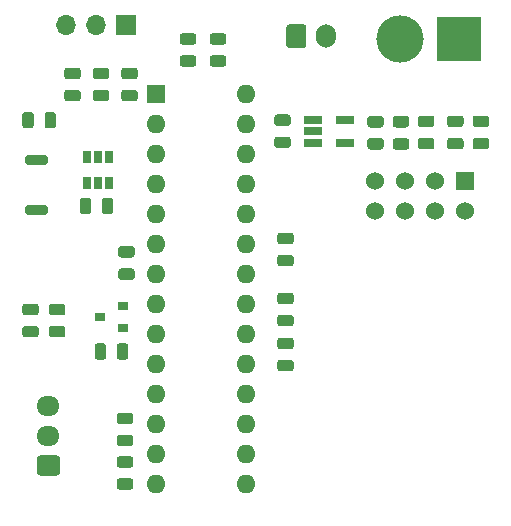
<source format=gbr>
G04 #@! TF.GenerationSoftware,KiCad,Pcbnew,5.1.6-c6e7f7d~87~ubuntu20.04.1*
G04 #@! TF.CreationDate,2020-10-16T00:20:04+02:00*
G04 #@! TF.ProjectId,soil_humidity_module,736f696c-5f68-4756-9d69-646974795f6d,rev?*
G04 #@! TF.SameCoordinates,Original*
G04 #@! TF.FileFunction,Soldermask,Top*
G04 #@! TF.FilePolarity,Negative*
%FSLAX46Y46*%
G04 Gerber Fmt 4.6, Leading zero omitted, Abs format (unit mm)*
G04 Created by KiCad (PCBNEW 5.1.6-c6e7f7d~87~ubuntu20.04.1) date 2020-10-16 00:20:04*
%MOMM*%
%LPD*%
G01*
G04 APERTURE LIST*
%ADD10R,1.560000X0.650000*%
%ADD11R,3.800000X3.800000*%
%ADD12C,4.000000*%
%ADD13R,0.650000X1.060000*%
%ADD14R,0.900000X0.800000*%
%ADD15O,1.950000X1.700000*%
%ADD16O,1.700000X2.000000*%
%ADD17R,1.700000X1.700000*%
%ADD18O,1.700000X1.700000*%
%ADD19C,1.524000*%
%ADD20R,1.524000X1.524000*%
%ADD21R,1.600000X1.600000*%
%ADD22O,1.600000X1.600000*%
G04 APERTURE END LIST*
G36*
G01*
X166040750Y-96995400D02*
X166953250Y-96995400D01*
G75*
G02*
X167197000Y-97239150I0J-243750D01*
G01*
X167197000Y-97726650D01*
G75*
G02*
X166953250Y-97970400I-243750J0D01*
G01*
X166040750Y-97970400D01*
G75*
G02*
X165797000Y-97726650I0J243750D01*
G01*
X165797000Y-97239150D01*
G75*
G02*
X166040750Y-96995400I243750J0D01*
G01*
G37*
G36*
G01*
X166040750Y-95120400D02*
X166953250Y-95120400D01*
G75*
G02*
X167197000Y-95364150I0J-243750D01*
G01*
X167197000Y-95851650D01*
G75*
G02*
X166953250Y-96095400I-243750J0D01*
G01*
X166040750Y-96095400D01*
G75*
G02*
X165797000Y-95851650I0J243750D01*
G01*
X165797000Y-95364150D01*
G75*
G02*
X166040750Y-95120400I243750J0D01*
G01*
G37*
G36*
G01*
X164794250Y-96095400D02*
X163881750Y-96095400D01*
G75*
G02*
X163638000Y-95851650I0J243750D01*
G01*
X163638000Y-95364150D01*
G75*
G02*
X163881750Y-95120400I243750J0D01*
G01*
X164794250Y-95120400D01*
G75*
G02*
X165038000Y-95364150I0J-243750D01*
G01*
X165038000Y-95851650D01*
G75*
G02*
X164794250Y-96095400I-243750J0D01*
G01*
G37*
G36*
G01*
X164794250Y-97970400D02*
X163881750Y-97970400D01*
G75*
G02*
X163638000Y-97726650I0J243750D01*
G01*
X163638000Y-97239150D01*
G75*
G02*
X163881750Y-96995400I243750J0D01*
G01*
X164794250Y-96995400D01*
G75*
G02*
X165038000Y-97239150I0J-243750D01*
G01*
X165038000Y-97726650D01*
G75*
G02*
X164794250Y-97970400I-243750J0D01*
G01*
G37*
D10*
X161751000Y-95468400D03*
X161751000Y-97368400D03*
X159051000Y-97368400D03*
X159051000Y-96418400D03*
X159051000Y-95468400D03*
G36*
G01*
X137844850Y-111995800D02*
X136932350Y-111995800D01*
G75*
G02*
X136688600Y-111752050I0J243750D01*
G01*
X136688600Y-111264550D01*
G75*
G02*
X136932350Y-111020800I243750J0D01*
G01*
X137844850Y-111020800D01*
G75*
G02*
X138088600Y-111264550I0J-243750D01*
G01*
X138088600Y-111752050D01*
G75*
G02*
X137844850Y-111995800I-243750J0D01*
G01*
G37*
G36*
G01*
X137844850Y-113870800D02*
X136932350Y-113870800D01*
G75*
G02*
X136688600Y-113627050I0J243750D01*
G01*
X136688600Y-113139550D01*
G75*
G02*
X136932350Y-112895800I243750J0D01*
G01*
X137844850Y-112895800D01*
G75*
G02*
X138088600Y-113139550I0J-243750D01*
G01*
X138088600Y-113627050D01*
G75*
G02*
X137844850Y-113870800I-243750J0D01*
G01*
G37*
G36*
G01*
X143712250Y-107119000D02*
X142799750Y-107119000D01*
G75*
G02*
X142556000Y-106875250I0J243750D01*
G01*
X142556000Y-106387750D01*
G75*
G02*
X142799750Y-106144000I243750J0D01*
G01*
X143712250Y-106144000D01*
G75*
G02*
X143956000Y-106387750I0J-243750D01*
G01*
X143956000Y-106875250D01*
G75*
G02*
X143712250Y-107119000I-243750J0D01*
G01*
G37*
G36*
G01*
X143712250Y-108994000D02*
X142799750Y-108994000D01*
G75*
G02*
X142556000Y-108750250I0J243750D01*
G01*
X142556000Y-108262750D01*
G75*
G02*
X142799750Y-108019000I243750J0D01*
G01*
X143712250Y-108019000D01*
G75*
G02*
X143956000Y-108262750I0J-243750D01*
G01*
X143956000Y-108750250D01*
G75*
G02*
X143712250Y-108994000I-243750J0D01*
G01*
G37*
G36*
G01*
X134836000Y-102665000D02*
X136436000Y-102665000D01*
G75*
G02*
X136636000Y-102865000I0J-200000D01*
G01*
X136636000Y-103265000D01*
G75*
G02*
X136436000Y-103465000I-200000J0D01*
G01*
X134836000Y-103465000D01*
G75*
G02*
X134636000Y-103265000I0J200000D01*
G01*
X134636000Y-102865000D01*
G75*
G02*
X134836000Y-102665000I200000J0D01*
G01*
G37*
G36*
G01*
X134836000Y-98465000D02*
X136436000Y-98465000D01*
G75*
G02*
X136636000Y-98665000I0J-200000D01*
G01*
X136636000Y-99065000D01*
G75*
G02*
X136436000Y-99265000I-200000J0D01*
G01*
X134836000Y-99265000D01*
G75*
G02*
X134636000Y-99065000I0J200000D01*
G01*
X134636000Y-98665000D01*
G75*
G02*
X134836000Y-98465000I200000J0D01*
G01*
G37*
D11*
X171450000Y-88595200D03*
D12*
X166450000Y-88595200D03*
G36*
G01*
X138227750Y-92906000D02*
X139140250Y-92906000D01*
G75*
G02*
X139384000Y-93149750I0J-243750D01*
G01*
X139384000Y-93637250D01*
G75*
G02*
X139140250Y-93881000I-243750J0D01*
G01*
X138227750Y-93881000D01*
G75*
G02*
X137984000Y-93637250I0J243750D01*
G01*
X137984000Y-93149750D01*
G75*
G02*
X138227750Y-92906000I243750J0D01*
G01*
G37*
G36*
G01*
X138227750Y-91031000D02*
X139140250Y-91031000D01*
G75*
G02*
X139384000Y-91274750I0J-243750D01*
G01*
X139384000Y-91762250D01*
G75*
G02*
X139140250Y-92006000I-243750J0D01*
G01*
X138227750Y-92006000D01*
G75*
G02*
X137984000Y-91762250I0J243750D01*
G01*
X137984000Y-91274750D01*
G75*
G02*
X138227750Y-91031000I243750J0D01*
G01*
G37*
G36*
G01*
X143585250Y-124899000D02*
X142672750Y-124899000D01*
G75*
G02*
X142429000Y-124655250I0J243750D01*
G01*
X142429000Y-124167750D01*
G75*
G02*
X142672750Y-123924000I243750J0D01*
G01*
X143585250Y-123924000D01*
G75*
G02*
X143829000Y-124167750I0J-243750D01*
G01*
X143829000Y-124655250D01*
G75*
G02*
X143585250Y-124899000I-243750J0D01*
G01*
G37*
G36*
G01*
X143585250Y-126774000D02*
X142672750Y-126774000D01*
G75*
G02*
X142429000Y-126530250I0J243750D01*
G01*
X142429000Y-126042750D01*
G75*
G02*
X142672750Y-125799000I243750J0D01*
G01*
X143585250Y-125799000D01*
G75*
G02*
X143829000Y-126042750I0J-243750D01*
G01*
X143829000Y-126530250D01*
G75*
G02*
X143585250Y-126774000I-243750J0D01*
G01*
G37*
G36*
G01*
X142672750Y-122116000D02*
X143585250Y-122116000D01*
G75*
G02*
X143829000Y-122359750I0J-243750D01*
G01*
X143829000Y-122847250D01*
G75*
G02*
X143585250Y-123091000I-243750J0D01*
G01*
X142672750Y-123091000D01*
G75*
G02*
X142429000Y-122847250I0J243750D01*
G01*
X142429000Y-122359750D01*
G75*
G02*
X142672750Y-122116000I243750J0D01*
G01*
G37*
G36*
G01*
X142672750Y-120241000D02*
X143585250Y-120241000D01*
G75*
G02*
X143829000Y-120484750I0J-243750D01*
G01*
X143829000Y-120972250D01*
G75*
G02*
X143585250Y-121216000I-243750J0D01*
G01*
X142672750Y-121216000D01*
G75*
G02*
X142429000Y-120972250I0J243750D01*
G01*
X142429000Y-120484750D01*
G75*
G02*
X142672750Y-120241000I243750J0D01*
G01*
G37*
D13*
X140843000Y-98595000D03*
X139893000Y-98595000D03*
X141793000Y-98595000D03*
X141793000Y-100795000D03*
X140843000Y-100795000D03*
X139893000Y-100795000D03*
G36*
G01*
X136314600Y-95934850D02*
X136314600Y-95022350D01*
G75*
G02*
X136558350Y-94778600I243750J0D01*
G01*
X137045850Y-94778600D01*
G75*
G02*
X137289600Y-95022350I0J-243750D01*
G01*
X137289600Y-95934850D01*
G75*
G02*
X137045850Y-96178600I-243750J0D01*
G01*
X136558350Y-96178600D01*
G75*
G02*
X136314600Y-95934850I0J243750D01*
G01*
G37*
G36*
G01*
X134439600Y-95934850D02*
X134439600Y-95022350D01*
G75*
G02*
X134683350Y-94778600I243750J0D01*
G01*
X135170850Y-94778600D01*
G75*
G02*
X135414600Y-95022350I0J-243750D01*
G01*
X135414600Y-95934850D01*
G75*
G02*
X135170850Y-96178600I-243750J0D01*
G01*
X134683350Y-96178600D01*
G75*
G02*
X134439600Y-95934850I0J243750D01*
G01*
G37*
G36*
G01*
X141166000Y-103199250D02*
X141166000Y-102286750D01*
G75*
G02*
X141409750Y-102043000I243750J0D01*
G01*
X141897250Y-102043000D01*
G75*
G02*
X142141000Y-102286750I0J-243750D01*
G01*
X142141000Y-103199250D01*
G75*
G02*
X141897250Y-103443000I-243750J0D01*
G01*
X141409750Y-103443000D01*
G75*
G02*
X141166000Y-103199250I0J243750D01*
G01*
G37*
G36*
G01*
X139291000Y-103199250D02*
X139291000Y-102286750D01*
G75*
G02*
X139534750Y-102043000I243750J0D01*
G01*
X140022250Y-102043000D01*
G75*
G02*
X140266000Y-102286750I0J-243750D01*
G01*
X140266000Y-103199250D01*
G75*
G02*
X140022250Y-103443000I-243750J0D01*
G01*
X139534750Y-103443000D01*
G75*
G02*
X139291000Y-103199250I0J243750D01*
G01*
G37*
G36*
G01*
X157174250Y-105976000D02*
X156261750Y-105976000D01*
G75*
G02*
X156018000Y-105732250I0J243750D01*
G01*
X156018000Y-105244750D01*
G75*
G02*
X156261750Y-105001000I243750J0D01*
G01*
X157174250Y-105001000D01*
G75*
G02*
X157418000Y-105244750I0J-243750D01*
G01*
X157418000Y-105732250D01*
G75*
G02*
X157174250Y-105976000I-243750J0D01*
G01*
G37*
G36*
G01*
X157174250Y-107851000D02*
X156261750Y-107851000D01*
G75*
G02*
X156018000Y-107607250I0J243750D01*
G01*
X156018000Y-107119750D01*
G75*
G02*
X156261750Y-106876000I243750J0D01*
G01*
X157174250Y-106876000D01*
G75*
G02*
X157418000Y-107119750I0J-243750D01*
G01*
X157418000Y-107607250D01*
G75*
G02*
X157174250Y-107851000I-243750J0D01*
G01*
G37*
D14*
X140986000Y-112141000D03*
X142986000Y-111191000D03*
X142986000Y-113091000D03*
D15*
X136652000Y-119714000D03*
X136652000Y-122214000D03*
G36*
G01*
X137377000Y-125564000D02*
X135927000Y-125564000D01*
G75*
G02*
X135677000Y-125314000I0J250000D01*
G01*
X135677000Y-124114000D01*
G75*
G02*
X135927000Y-123864000I250000J0D01*
G01*
X137377000Y-123864000D01*
G75*
G02*
X137627000Y-124114000I0J-250000D01*
G01*
X137627000Y-125314000D01*
G75*
G02*
X137377000Y-125564000I-250000J0D01*
G01*
G37*
D16*
X160132400Y-88366600D03*
G36*
G01*
X156782400Y-89116600D02*
X156782400Y-87616600D01*
G75*
G02*
X157032400Y-87366600I250000J0D01*
G01*
X158232400Y-87366600D01*
G75*
G02*
X158482400Y-87616600I0J-250000D01*
G01*
X158482400Y-89116600D01*
G75*
G02*
X158232400Y-89366600I-250000J0D01*
G01*
X157032400Y-89366600D01*
G75*
G02*
X156782400Y-89116600I0J250000D01*
G01*
G37*
G36*
G01*
X141536000Y-114605750D02*
X141536000Y-115518250D01*
G75*
G02*
X141292250Y-115762000I-243750J0D01*
G01*
X140804750Y-115762000D01*
G75*
G02*
X140561000Y-115518250I0J243750D01*
G01*
X140561000Y-114605750D01*
G75*
G02*
X140804750Y-114362000I243750J0D01*
G01*
X141292250Y-114362000D01*
G75*
G02*
X141536000Y-114605750I0J-243750D01*
G01*
G37*
G36*
G01*
X143411000Y-114605750D02*
X143411000Y-115518250D01*
G75*
G02*
X143167250Y-115762000I-243750J0D01*
G01*
X142679750Y-115762000D01*
G75*
G02*
X142436000Y-115518250I0J243750D01*
G01*
X142436000Y-114605750D01*
G75*
G02*
X142679750Y-114362000I243750J0D01*
G01*
X143167250Y-114362000D01*
G75*
G02*
X143411000Y-114605750I0J-243750D01*
G01*
G37*
G36*
G01*
X156261750Y-111956000D02*
X157174250Y-111956000D01*
G75*
G02*
X157418000Y-112199750I0J-243750D01*
G01*
X157418000Y-112687250D01*
G75*
G02*
X157174250Y-112931000I-243750J0D01*
G01*
X156261750Y-112931000D01*
G75*
G02*
X156018000Y-112687250I0J243750D01*
G01*
X156018000Y-112199750D01*
G75*
G02*
X156261750Y-111956000I243750J0D01*
G01*
G37*
G36*
G01*
X156261750Y-110081000D02*
X157174250Y-110081000D01*
G75*
G02*
X157418000Y-110324750I0J-243750D01*
G01*
X157418000Y-110812250D01*
G75*
G02*
X157174250Y-111056000I-243750J0D01*
G01*
X156261750Y-111056000D01*
G75*
G02*
X156018000Y-110812250I0J243750D01*
G01*
X156018000Y-110324750D01*
G75*
G02*
X156261750Y-110081000I243750J0D01*
G01*
G37*
G36*
G01*
X156261750Y-115766000D02*
X157174250Y-115766000D01*
G75*
G02*
X157418000Y-116009750I0J-243750D01*
G01*
X157418000Y-116497250D01*
G75*
G02*
X157174250Y-116741000I-243750J0D01*
G01*
X156261750Y-116741000D01*
G75*
G02*
X156018000Y-116497250I0J243750D01*
G01*
X156018000Y-116009750D01*
G75*
G02*
X156261750Y-115766000I243750J0D01*
G01*
G37*
G36*
G01*
X156261750Y-113891000D02*
X157174250Y-113891000D01*
G75*
G02*
X157418000Y-114134750I0J-243750D01*
G01*
X157418000Y-114622250D01*
G75*
G02*
X157174250Y-114866000I-243750J0D01*
G01*
X156261750Y-114866000D01*
G75*
G02*
X156018000Y-114622250I0J243750D01*
G01*
X156018000Y-114134750D01*
G75*
G02*
X156261750Y-113891000I243750J0D01*
G01*
G37*
D17*
X143256000Y-87376000D03*
D18*
X140716000Y-87376000D03*
X138176000Y-87376000D03*
G36*
G01*
X143966250Y-92006000D02*
X143053750Y-92006000D01*
G75*
G02*
X142810000Y-91762250I0J243750D01*
G01*
X142810000Y-91274750D01*
G75*
G02*
X143053750Y-91031000I243750J0D01*
G01*
X143966250Y-91031000D01*
G75*
G02*
X144210000Y-91274750I0J-243750D01*
G01*
X144210000Y-91762250D01*
G75*
G02*
X143966250Y-92006000I-243750J0D01*
G01*
G37*
G36*
G01*
X143966250Y-93881000D02*
X143053750Y-93881000D01*
G75*
G02*
X142810000Y-93637250I0J243750D01*
G01*
X142810000Y-93149750D01*
G75*
G02*
X143053750Y-92906000I243750J0D01*
G01*
X143966250Y-92906000D01*
G75*
G02*
X144210000Y-93149750I0J-243750D01*
G01*
X144210000Y-93637250D01*
G75*
G02*
X143966250Y-93881000I-243750J0D01*
G01*
G37*
G36*
G01*
X170638150Y-96970000D02*
X171550650Y-96970000D01*
G75*
G02*
X171794400Y-97213750I0J-243750D01*
G01*
X171794400Y-97701250D01*
G75*
G02*
X171550650Y-97945000I-243750J0D01*
G01*
X170638150Y-97945000D01*
G75*
G02*
X170394400Y-97701250I0J243750D01*
G01*
X170394400Y-97213750D01*
G75*
G02*
X170638150Y-96970000I243750J0D01*
G01*
G37*
G36*
G01*
X170638150Y-95095000D02*
X171550650Y-95095000D01*
G75*
G02*
X171794400Y-95338750I0J-243750D01*
G01*
X171794400Y-95826250D01*
G75*
G02*
X171550650Y-96070000I-243750J0D01*
G01*
X170638150Y-96070000D01*
G75*
G02*
X170394400Y-95826250I0J243750D01*
G01*
X170394400Y-95338750D01*
G75*
G02*
X170638150Y-95095000I243750J0D01*
G01*
G37*
G36*
G01*
X172797150Y-96970000D02*
X173709650Y-96970000D01*
G75*
G02*
X173953400Y-97213750I0J-243750D01*
G01*
X173953400Y-97701250D01*
G75*
G02*
X173709650Y-97945000I-243750J0D01*
G01*
X172797150Y-97945000D01*
G75*
G02*
X172553400Y-97701250I0J243750D01*
G01*
X172553400Y-97213750D01*
G75*
G02*
X172797150Y-96970000I243750J0D01*
G01*
G37*
G36*
G01*
X172797150Y-95095000D02*
X173709650Y-95095000D01*
G75*
G02*
X173953400Y-95338750I0J-243750D01*
G01*
X173953400Y-95826250D01*
G75*
G02*
X173709650Y-96070000I-243750J0D01*
G01*
X172797150Y-96070000D01*
G75*
G02*
X172553400Y-95826250I0J243750D01*
G01*
X172553400Y-95338750D01*
G75*
G02*
X172797150Y-95095000I243750J0D01*
G01*
G37*
G36*
G01*
X168174350Y-96970000D02*
X169086850Y-96970000D01*
G75*
G02*
X169330600Y-97213750I0J-243750D01*
G01*
X169330600Y-97701250D01*
G75*
G02*
X169086850Y-97945000I-243750J0D01*
G01*
X168174350Y-97945000D01*
G75*
G02*
X167930600Y-97701250I0J243750D01*
G01*
X167930600Y-97213750D01*
G75*
G02*
X168174350Y-96970000I243750J0D01*
G01*
G37*
G36*
G01*
X168174350Y-95095000D02*
X169086850Y-95095000D01*
G75*
G02*
X169330600Y-95338750I0J-243750D01*
G01*
X169330600Y-95826250D01*
G75*
G02*
X169086850Y-96070000I-243750J0D01*
G01*
X168174350Y-96070000D01*
G75*
G02*
X167930600Y-95826250I0J243750D01*
G01*
X167930600Y-95338750D01*
G75*
G02*
X168174350Y-95095000I243750J0D01*
G01*
G37*
G36*
G01*
X135584250Y-111995800D02*
X134671750Y-111995800D01*
G75*
G02*
X134428000Y-111752050I0J243750D01*
G01*
X134428000Y-111264550D01*
G75*
G02*
X134671750Y-111020800I243750J0D01*
G01*
X135584250Y-111020800D01*
G75*
G02*
X135828000Y-111264550I0J-243750D01*
G01*
X135828000Y-111752050D01*
G75*
G02*
X135584250Y-111995800I-243750J0D01*
G01*
G37*
G36*
G01*
X135584250Y-113870800D02*
X134671750Y-113870800D01*
G75*
G02*
X134428000Y-113627050I0J243750D01*
G01*
X134428000Y-113139550D01*
G75*
G02*
X134671750Y-112895800I243750J0D01*
G01*
X135584250Y-112895800D01*
G75*
G02*
X135828000Y-113139550I0J-243750D01*
G01*
X135828000Y-113627050D01*
G75*
G02*
X135584250Y-113870800I-243750J0D01*
G01*
G37*
D19*
X164338000Y-103124000D03*
X164338000Y-100584000D03*
X166878000Y-103124000D03*
X166878000Y-100584000D03*
X169418000Y-103124000D03*
X169418000Y-100584000D03*
X171958000Y-103124000D03*
D20*
X171958000Y-100584000D03*
G36*
G01*
X156007750Y-94993400D02*
X156920250Y-94993400D01*
G75*
G02*
X157164000Y-95237150I0J-243750D01*
G01*
X157164000Y-95724650D01*
G75*
G02*
X156920250Y-95968400I-243750J0D01*
G01*
X156007750Y-95968400D01*
G75*
G02*
X155764000Y-95724650I0J243750D01*
G01*
X155764000Y-95237150D01*
G75*
G02*
X156007750Y-94993400I243750J0D01*
G01*
G37*
G36*
G01*
X156007750Y-96868400D02*
X156920250Y-96868400D01*
G75*
G02*
X157164000Y-97112150I0J-243750D01*
G01*
X157164000Y-97599650D01*
G75*
G02*
X156920250Y-97843400I-243750J0D01*
G01*
X156007750Y-97843400D01*
G75*
G02*
X155764000Y-97599650I0J243750D01*
G01*
X155764000Y-97112150D01*
G75*
G02*
X156007750Y-96868400I243750J0D01*
G01*
G37*
G36*
G01*
X141553250Y-93881000D02*
X140640750Y-93881000D01*
G75*
G02*
X140397000Y-93637250I0J243750D01*
G01*
X140397000Y-93149750D01*
G75*
G02*
X140640750Y-92906000I243750J0D01*
G01*
X141553250Y-92906000D01*
G75*
G02*
X141797000Y-93149750I0J-243750D01*
G01*
X141797000Y-93637250D01*
G75*
G02*
X141553250Y-93881000I-243750J0D01*
G01*
G37*
G36*
G01*
X141553250Y-92006000D02*
X140640750Y-92006000D01*
G75*
G02*
X140397000Y-91762250I0J243750D01*
G01*
X140397000Y-91274750D01*
G75*
G02*
X140640750Y-91031000I243750J0D01*
G01*
X141553250Y-91031000D01*
G75*
G02*
X141797000Y-91274750I0J-243750D01*
G01*
X141797000Y-91762250D01*
G75*
G02*
X141553250Y-92006000I-243750J0D01*
G01*
G37*
G36*
G01*
X150546750Y-89985000D02*
X151459250Y-89985000D01*
G75*
G02*
X151703000Y-90228750I0J-243750D01*
G01*
X151703000Y-90716250D01*
G75*
G02*
X151459250Y-90960000I-243750J0D01*
G01*
X150546750Y-90960000D01*
G75*
G02*
X150303000Y-90716250I0J243750D01*
G01*
X150303000Y-90228750D01*
G75*
G02*
X150546750Y-89985000I243750J0D01*
G01*
G37*
G36*
G01*
X150546750Y-88110000D02*
X151459250Y-88110000D01*
G75*
G02*
X151703000Y-88353750I0J-243750D01*
G01*
X151703000Y-88841250D01*
G75*
G02*
X151459250Y-89085000I-243750J0D01*
G01*
X150546750Y-89085000D01*
G75*
G02*
X150303000Y-88841250I0J243750D01*
G01*
X150303000Y-88353750D01*
G75*
G02*
X150546750Y-88110000I243750J0D01*
G01*
G37*
G36*
G01*
X148919250Y-89085000D02*
X148006750Y-89085000D01*
G75*
G02*
X147763000Y-88841250I0J243750D01*
G01*
X147763000Y-88353750D01*
G75*
G02*
X148006750Y-88110000I243750J0D01*
G01*
X148919250Y-88110000D01*
G75*
G02*
X149163000Y-88353750I0J-243750D01*
G01*
X149163000Y-88841250D01*
G75*
G02*
X148919250Y-89085000I-243750J0D01*
G01*
G37*
G36*
G01*
X148919250Y-90960000D02*
X148006750Y-90960000D01*
G75*
G02*
X147763000Y-90716250I0J243750D01*
G01*
X147763000Y-90228750D01*
G75*
G02*
X148006750Y-89985000I243750J0D01*
G01*
X148919250Y-89985000D01*
G75*
G02*
X149163000Y-90228750I0J-243750D01*
G01*
X149163000Y-90716250D01*
G75*
G02*
X148919250Y-90960000I-243750J0D01*
G01*
G37*
D21*
X145796000Y-93218000D03*
D22*
X153416000Y-126238000D03*
X145796000Y-95758000D03*
X153416000Y-123698000D03*
X145796000Y-98298000D03*
X153416000Y-121158000D03*
X145796000Y-100838000D03*
X153416000Y-118618000D03*
X145796000Y-103378000D03*
X153416000Y-116078000D03*
X145796000Y-105918000D03*
X153416000Y-113538000D03*
X145796000Y-108458000D03*
X153416000Y-110998000D03*
X145796000Y-110998000D03*
X153416000Y-108458000D03*
X145796000Y-113538000D03*
X153416000Y-105918000D03*
X145796000Y-116078000D03*
X153416000Y-103378000D03*
X145796000Y-118618000D03*
X153416000Y-100838000D03*
X145796000Y-121158000D03*
X153416000Y-98298000D03*
X145796000Y-123698000D03*
X153416000Y-95758000D03*
X145796000Y-126238000D03*
X153416000Y-93218000D03*
M02*

</source>
